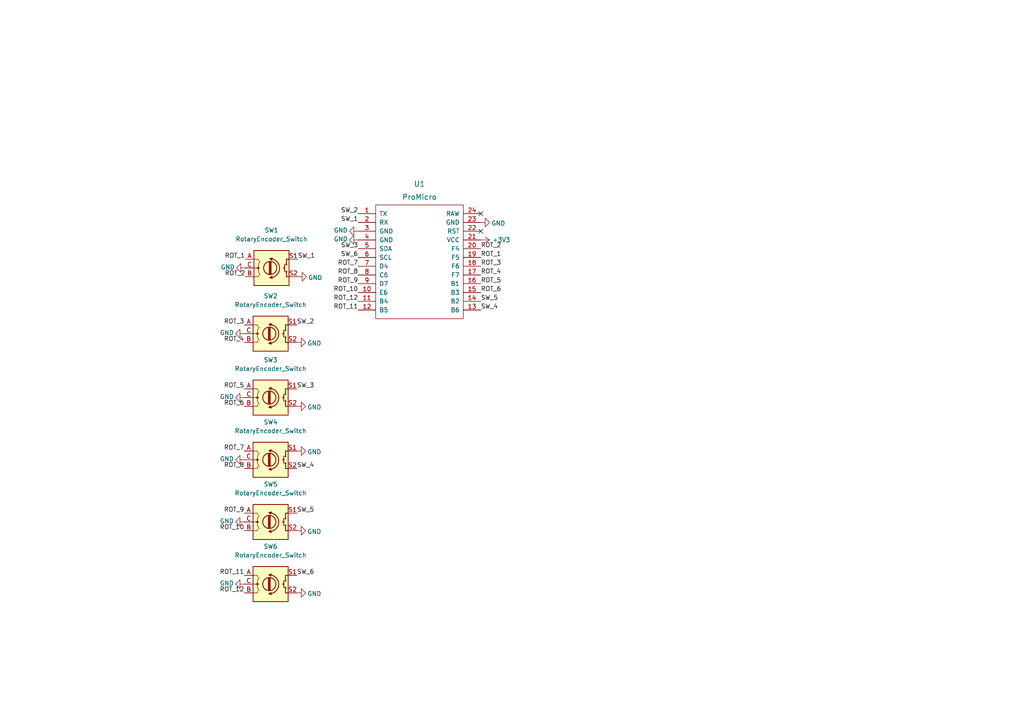
<source format=kicad_sch>
(kicad_sch (version 20211123) (generator eeschema)

  (uuid e63e39d7-6ac0-4ffd-8aa3-1841a4541b55)

  (paper "A4")

  (lib_symbols
    (symbol "Device:RotaryEncoder_Switch" (pin_names (offset 0.254) hide) (in_bom yes) (on_board yes)
      (property "Reference" "SW" (id 0) (at 0 6.604 0)
        (effects (font (size 1.27 1.27)))
      )
      (property "Value" "RotaryEncoder_Switch" (id 1) (at 0 -6.604 0)
        (effects (font (size 1.27 1.27)))
      )
      (property "Footprint" "" (id 2) (at -3.81 4.064 0)
        (effects (font (size 1.27 1.27)) hide)
      )
      (property "Datasheet" "~" (id 3) (at 0 6.604 0)
        (effects (font (size 1.27 1.27)) hide)
      )
      (property "ki_keywords" "rotary switch encoder switch push button" (id 4) (at 0 0 0)
        (effects (font (size 1.27 1.27)) hide)
      )
      (property "ki_description" "Rotary encoder, dual channel, incremental quadrate outputs, with switch" (id 5) (at 0 0 0)
        (effects (font (size 1.27 1.27)) hide)
      )
      (property "ki_fp_filters" "RotaryEncoder*Switch*" (id 6) (at 0 0 0)
        (effects (font (size 1.27 1.27)) hide)
      )
      (symbol "RotaryEncoder_Switch_0_1"
        (rectangle (start -5.08 5.08) (end 5.08 -5.08)
          (stroke (width 0.254) (type default) (color 0 0 0 0))
          (fill (type background))
        )
        (circle (center -3.81 0) (radius 0.254)
          (stroke (width 0) (type default) (color 0 0 0 0))
          (fill (type outline))
        )
        (arc (start -0.381 -2.794) (mid 2.3622 -0.0635) (end -0.381 2.667)
          (stroke (width 0.254) (type default) (color 0 0 0 0))
          (fill (type none))
        )
        (circle (center -0.381 0) (radius 1.905)
          (stroke (width 0.254) (type default) (color 0 0 0 0))
          (fill (type none))
        )
        (polyline
          (pts
            (xy -0.635 -1.778)
            (xy -0.635 1.778)
          )
          (stroke (width 0.254) (type default) (color 0 0 0 0))
          (fill (type none))
        )
        (polyline
          (pts
            (xy -0.381 -1.778)
            (xy -0.381 1.778)
          )
          (stroke (width 0.254) (type default) (color 0 0 0 0))
          (fill (type none))
        )
        (polyline
          (pts
            (xy -0.127 1.778)
            (xy -0.127 -1.778)
          )
          (stroke (width 0.254) (type default) (color 0 0 0 0))
          (fill (type none))
        )
        (polyline
          (pts
            (xy 3.81 0)
            (xy 3.429 0)
          )
          (stroke (width 0.254) (type default) (color 0 0 0 0))
          (fill (type none))
        )
        (polyline
          (pts
            (xy 3.81 1.016)
            (xy 3.81 -1.016)
          )
          (stroke (width 0.254) (type default) (color 0 0 0 0))
          (fill (type none))
        )
        (polyline
          (pts
            (xy -5.08 -2.54)
            (xy -3.81 -2.54)
            (xy -3.81 -2.032)
          )
          (stroke (width 0) (type default) (color 0 0 0 0))
          (fill (type none))
        )
        (polyline
          (pts
            (xy -5.08 2.54)
            (xy -3.81 2.54)
            (xy -3.81 2.032)
          )
          (stroke (width 0) (type default) (color 0 0 0 0))
          (fill (type none))
        )
        (polyline
          (pts
            (xy 0.254 -3.048)
            (xy -0.508 -2.794)
            (xy 0.127 -2.413)
          )
          (stroke (width 0.254) (type default) (color 0 0 0 0))
          (fill (type none))
        )
        (polyline
          (pts
            (xy 0.254 2.921)
            (xy -0.508 2.667)
            (xy 0.127 2.286)
          )
          (stroke (width 0.254) (type default) (color 0 0 0 0))
          (fill (type none))
        )
        (polyline
          (pts
            (xy 5.08 -2.54)
            (xy 4.318 -2.54)
            (xy 4.318 -1.016)
          )
          (stroke (width 0.254) (type default) (color 0 0 0 0))
          (fill (type none))
        )
        (polyline
          (pts
            (xy 5.08 2.54)
            (xy 4.318 2.54)
            (xy 4.318 1.016)
          )
          (stroke (width 0.254) (type default) (color 0 0 0 0))
          (fill (type none))
        )
        (polyline
          (pts
            (xy -5.08 0)
            (xy -3.81 0)
            (xy -3.81 -1.016)
            (xy -3.302 -2.032)
          )
          (stroke (width 0) (type default) (color 0 0 0 0))
          (fill (type none))
        )
        (polyline
          (pts
            (xy -4.318 0)
            (xy -3.81 0)
            (xy -3.81 1.016)
            (xy -3.302 2.032)
          )
          (stroke (width 0) (type default) (color 0 0 0 0))
          (fill (type none))
        )
        (circle (center 4.318 -1.016) (radius 0.127)
          (stroke (width 0.254) (type default) (color 0 0 0 0))
          (fill (type none))
        )
        (circle (center 4.318 1.016) (radius 0.127)
          (stroke (width 0.254) (type default) (color 0 0 0 0))
          (fill (type none))
        )
      )
      (symbol "RotaryEncoder_Switch_1_1"
        (pin passive line (at -7.62 2.54 0) (length 2.54)
          (name "A" (effects (font (size 1.27 1.27))))
          (number "A" (effects (font (size 1.27 1.27))))
        )
        (pin passive line (at -7.62 -2.54 0) (length 2.54)
          (name "B" (effects (font (size 1.27 1.27))))
          (number "B" (effects (font (size 1.27 1.27))))
        )
        (pin passive line (at -7.62 0 0) (length 2.54)
          (name "C" (effects (font (size 1.27 1.27))))
          (number "C" (effects (font (size 1.27 1.27))))
        )
        (pin passive line (at 7.62 2.54 180) (length 2.54)
          (name "S1" (effects (font (size 1.27 1.27))))
          (number "S1" (effects (font (size 1.27 1.27))))
        )
        (pin passive line (at 7.62 -2.54 180) (length 2.54)
          (name "S2" (effects (font (size 1.27 1.27))))
          (number "S2" (effects (font (size 1.27 1.27))))
        )
      )
    )
    (symbol "power:+3.3V" (power) (pin_names (offset 0)) (in_bom yes) (on_board yes)
      (property "Reference" "#PWR" (id 0) (at 0 -3.81 0)
        (effects (font (size 1.27 1.27)) hide)
      )
      (property "Value" "+3.3V" (id 1) (at 0 3.556 0)
        (effects (font (size 1.27 1.27)))
      )
      (property "Footprint" "" (id 2) (at 0 0 0)
        (effects (font (size 1.27 1.27)) hide)
      )
      (property "Datasheet" "" (id 3) (at 0 0 0)
        (effects (font (size 1.27 1.27)) hide)
      )
      (property "ki_keywords" "power-flag" (id 4) (at 0 0 0)
        (effects (font (size 1.27 1.27)) hide)
      )
      (property "ki_description" "Power symbol creates a global label with name \"+3.3V\"" (id 5) (at 0 0 0)
        (effects (font (size 1.27 1.27)) hide)
      )
      (symbol "+3.3V_0_1"
        (polyline
          (pts
            (xy -0.762 1.27)
            (xy 0 2.54)
          )
          (stroke (width 0) (type default) (color 0 0 0 0))
          (fill (type none))
        )
        (polyline
          (pts
            (xy 0 0)
            (xy 0 2.54)
          )
          (stroke (width 0) (type default) (color 0 0 0 0))
          (fill (type none))
        )
        (polyline
          (pts
            (xy 0 2.54)
            (xy 0.762 1.27)
          )
          (stroke (width 0) (type default) (color 0 0 0 0))
          (fill (type none))
        )
      )
      (symbol "+3.3V_1_1"
        (pin power_in line (at 0 0 90) (length 0) hide
          (name "+3V3" (effects (font (size 1.27 1.27))))
          (number "1" (effects (font (size 1.27 1.27))))
        )
      )
    )
    (symbol "power:GND" (power) (pin_names (offset 0)) (in_bom yes) (on_board yes)
      (property "Reference" "#PWR" (id 0) (at 0 -6.35 0)
        (effects (font (size 1.27 1.27)) hide)
      )
      (property "Value" "GND" (id 1) (at 0 -3.81 0)
        (effects (font (size 1.27 1.27)))
      )
      (property "Footprint" "" (id 2) (at 0 0 0)
        (effects (font (size 1.27 1.27)) hide)
      )
      (property "Datasheet" "" (id 3) (at 0 0 0)
        (effects (font (size 1.27 1.27)) hide)
      )
      (property "ki_keywords" "power-flag" (id 4) (at 0 0 0)
        (effects (font (size 1.27 1.27)) hide)
      )
      (property "ki_description" "Power symbol creates a global label with name \"GND\" , ground" (id 5) (at 0 0 0)
        (effects (font (size 1.27 1.27)) hide)
      )
      (symbol "GND_0_1"
        (polyline
          (pts
            (xy 0 0)
            (xy 0 -1.27)
            (xy 1.27 -1.27)
            (xy 0 -2.54)
            (xy -1.27 -1.27)
            (xy 0 -1.27)
          )
          (stroke (width 0) (type default) (color 0 0 0 0))
          (fill (type none))
        )
      )
      (symbol "GND_1_1"
        (pin power_in line (at 0 0 270) (length 0) hide
          (name "GND" (effects (font (size 1.27 1.27))))
          (number "1" (effects (font (size 1.27 1.27))))
        )
      )
    )
    (symbol "promicro:ProMicro" (pin_names (offset 1.016)) (in_bom yes) (on_board yes)
      (property "Reference" "U" (id 0) (at 0 24.13 0)
        (effects (font (size 1.524 1.524)))
      )
      (property "Value" "ProMicro" (id 1) (at 0 -13.97 0)
        (effects (font (size 1.524 1.524)))
      )
      (property "Footprint" "" (id 2) (at 2.54 -26.67 0)
        (effects (font (size 1.524 1.524)))
      )
      (property "Datasheet" "" (id 3) (at 2.54 -26.67 0)
        (effects (font (size 1.524 1.524)))
      )
      (symbol "ProMicro_0_1"
        (rectangle (start -12.7 21.59) (end 12.7 -11.43)
          (stroke (width 0) (type default) (color 0 0 0 0))
          (fill (type none))
        )
      )
      (symbol "ProMicro_1_1"
        (pin bidirectional line (at -17.78 19.05 0) (length 5.08)
          (name "TX" (effects (font (size 1.27 1.27))))
          (number "1" (effects (font (size 1.27 1.27))))
        )
        (pin bidirectional line (at -17.78 -3.81 0) (length 5.08)
          (name "E6" (effects (font (size 1.27 1.27))))
          (number "10" (effects (font (size 1.27 1.27))))
        )
        (pin bidirectional line (at -17.78 -6.35 0) (length 5.08)
          (name "B4" (effects (font (size 1.27 1.27))))
          (number "11" (effects (font (size 1.27 1.27))))
        )
        (pin bidirectional line (at -17.78 -8.89 0) (length 5.08)
          (name "B5" (effects (font (size 1.27 1.27))))
          (number "12" (effects (font (size 1.27 1.27))))
        )
        (pin bidirectional line (at 17.78 -8.89 180) (length 5.08)
          (name "B6" (effects (font (size 1.27 1.27))))
          (number "13" (effects (font (size 1.27 1.27))))
        )
        (pin bidirectional line (at 17.78 -6.35 180) (length 5.08)
          (name "B2" (effects (font (size 1.27 1.27))))
          (number "14" (effects (font (size 1.27 1.27))))
        )
        (pin bidirectional line (at 17.78 -3.81 180) (length 5.08)
          (name "B3" (effects (font (size 1.27 1.27))))
          (number "15" (effects (font (size 1.27 1.27))))
        )
        (pin bidirectional line (at 17.78 -1.27 180) (length 5.08)
          (name "B1" (effects (font (size 1.27 1.27))))
          (number "16" (effects (font (size 1.27 1.27))))
        )
        (pin bidirectional line (at 17.78 1.27 180) (length 5.08)
          (name "F7" (effects (font (size 1.27 1.27))))
          (number "17" (effects (font (size 1.27 1.27))))
        )
        (pin bidirectional line (at 17.78 3.81 180) (length 5.08)
          (name "F6" (effects (font (size 1.27 1.27))))
          (number "18" (effects (font (size 1.27 1.27))))
        )
        (pin bidirectional line (at 17.78 6.35 180) (length 5.08)
          (name "F5" (effects (font (size 1.27 1.27))))
          (number "19" (effects (font (size 1.27 1.27))))
        )
        (pin bidirectional line (at -17.78 16.51 0) (length 5.08)
          (name "RX" (effects (font (size 1.27 1.27))))
          (number "2" (effects (font (size 1.27 1.27))))
        )
        (pin bidirectional line (at 17.78 8.89 180) (length 5.08)
          (name "F4" (effects (font (size 1.27 1.27))))
          (number "20" (effects (font (size 1.27 1.27))))
        )
        (pin power_in line (at 17.78 11.43 180) (length 5.08)
          (name "VCC" (effects (font (size 1.27 1.27))))
          (number "21" (effects (font (size 1.27 1.27))))
        )
        (pin input line (at 17.78 13.97 180) (length 5.08)
          (name "RST" (effects (font (size 1.27 1.27))))
          (number "22" (effects (font (size 1.27 1.27))))
        )
        (pin power_in line (at 17.78 16.51 180) (length 5.08)
          (name "GND" (effects (font (size 1.27 1.27))))
          (number "23" (effects (font (size 1.27 1.27))))
        )
        (pin power_out line (at 17.78 19.05 180) (length 5.08)
          (name "RAW" (effects (font (size 1.27 1.27))))
          (number "24" (effects (font (size 1.27 1.27))))
        )
        (pin power_in line (at -17.78 13.97 0) (length 5.08)
          (name "GND" (effects (font (size 1.27 1.27))))
          (number "3" (effects (font (size 1.27 1.27))))
        )
        (pin power_in line (at -17.78 11.43 0) (length 5.08)
          (name "GND" (effects (font (size 1.27 1.27))))
          (number "4" (effects (font (size 1.27 1.27))))
        )
        (pin bidirectional line (at -17.78 8.89 0) (length 5.08)
          (name "SDA" (effects (font (size 1.27 1.27))))
          (number "5" (effects (font (size 1.27 1.27))))
        )
        (pin bidirectional line (at -17.78 6.35 0) (length 5.08)
          (name "SCL" (effects (font (size 1.27 1.27))))
          (number "6" (effects (font (size 1.27 1.27))))
        )
        (pin bidirectional line (at -17.78 3.81 0) (length 5.08)
          (name "D4" (effects (font (size 1.27 1.27))))
          (number "7" (effects (font (size 1.27 1.27))))
        )
        (pin bidirectional line (at -17.78 1.27 0) (length 5.08)
          (name "C6" (effects (font (size 1.27 1.27))))
          (number "8" (effects (font (size 1.27 1.27))))
        )
        (pin bidirectional line (at -17.78 -1.27 0) (length 5.08)
          (name "D7" (effects (font (size 1.27 1.27))))
          (number "9" (effects (font (size 1.27 1.27))))
        )
      )
    )
  )


  (no_connect (at 139.446 67.056) (uuid 6f07c13c-7029-4d01-b9d2-7a7d0366e52a))
  (no_connect (at 139.446 61.976) (uuid 6f07c13c-7029-4d01-b9d2-7a7d0366e52b))

  (label "ROT_1" (at 139.446 74.676 0)
    (effects (font (size 1.27 1.27)) (justify left bottom))
    (uuid 01dcc5fc-e3e5-48bd-a04a-b20b9fe8c8a1)
  )
  (label "SW_3" (at 86.106 112.776 0)
    (effects (font (size 1.27 1.27)) (justify left bottom))
    (uuid 05833f95-a332-4068-a3f7-43f60934ea3b)
  )
  (label "ROT_5" (at 70.866 112.776 180)
    (effects (font (size 1.27 1.27)) (justify right bottom))
    (uuid 0670a216-0620-403a-8295-d959c05c503c)
  )
  (label "ROT_8" (at 103.886 79.756 180)
    (effects (font (size 1.27 1.27)) (justify right bottom))
    (uuid 07d463b4-b83b-4858-b2ac-a96efb40cadc)
  )
  (label "ROT_8" (at 70.866 135.89 180)
    (effects (font (size 1.27 1.27)) (justify right bottom))
    (uuid 092407dd-83d9-4697-9797-3339bb5a2617)
  )
  (label "SW_6" (at 103.886 74.676 180)
    (effects (font (size 1.27 1.27)) (justify right bottom))
    (uuid 128cec06-f34d-4c31-8b3a-d1a56edd0a4a)
  )
  (label "ROT_6" (at 70.866 117.856 180)
    (effects (font (size 1.27 1.27)) (justify right bottom))
    (uuid 1290a8bd-d046-4b04-b99d-4b647d5be7d6)
  )
  (label "ROT_3" (at 139.446 77.216 0)
    (effects (font (size 1.27 1.27)) (justify left bottom))
    (uuid 17251bf7-0840-49fe-a246-bb8640a22926)
  )
  (label "ROT_2" (at 139.446 72.136 0)
    (effects (font (size 1.27 1.27)) (justify left bottom))
    (uuid 1b8da04f-95e3-4321-9bee-54762fddfa42)
  )
  (label "SW_2" (at 86.106 94.234 0)
    (effects (font (size 1.27 1.27)) (justify left bottom))
    (uuid 236af729-fb24-445a-9794-b39d39941dca)
  )
  (label "SW_4" (at 139.446 89.916 0)
    (effects (font (size 1.27 1.27)) (justify left bottom))
    (uuid 39067c8d-15ab-4320-9ef2-d8cdf4fbe39a)
  )
  (label "ROT_10" (at 103.886 84.836 180)
    (effects (font (size 1.27 1.27)) (justify right bottom))
    (uuid 461f1398-1944-4b9a-9532-6919b16ad718)
  )
  (label "ROT_9" (at 103.886 82.296 180)
    (effects (font (size 1.27 1.27)) (justify right bottom))
    (uuid 4b5139f5-939f-4292-bd09-b23a62529c7b)
  )
  (label "ROT_4" (at 70.866 99.314 180)
    (effects (font (size 1.27 1.27)) (justify right bottom))
    (uuid 5e85ea87-cf03-4808-9f1b-f6e4db7ffc40)
  )
  (label "ROT_12" (at 70.866 171.958 180)
    (effects (font (size 1.27 1.27)) (justify right bottom))
    (uuid 61e065fe-7f18-4dd6-80ba-1b70203fa25d)
  )
  (label "SW_1" (at 103.886 64.516 180)
    (effects (font (size 1.27 1.27)) (justify right bottom))
    (uuid 6474cb7a-e28d-4d38-9813-d71482ae8691)
  )
  (label "ROT_5" (at 139.446 82.296 0)
    (effects (font (size 1.27 1.27)) (justify left bottom))
    (uuid 65cd0f0b-0424-4507-b5ac-6a4e29ecfe46)
  )
  (label "ROT_2" (at 71.12 80.264 180)
    (effects (font (size 1.27 1.27)) (justify right bottom))
    (uuid 7e167a7b-8218-456c-8f6e-51485a0e1c7b)
  )
  (label "ROT_7" (at 70.866 130.81 180)
    (effects (font (size 1.27 1.27)) (justify right bottom))
    (uuid 7e35b5fa-668e-4288-b354-d9a04f63b108)
  )
  (label "ROT_11" (at 103.886 89.916 180)
    (effects (font (size 1.27 1.27)) (justify right bottom))
    (uuid 8b1bf092-8fd7-4aa2-9b86-dfc15b6a6fda)
  )
  (label "ROT_1" (at 71.12 75.184 180)
    (effects (font (size 1.27 1.27)) (justify right bottom))
    (uuid 8f89f216-74b8-4197-a5a6-d081759597a2)
  )
  (label "SW_3" (at 103.886 72.136 180)
    (effects (font (size 1.27 1.27)) (justify right bottom))
    (uuid 93067776-69bc-4dea-8c75-b5cdc6b84c96)
  )
  (label "SW_1" (at 86.36 75.184 0)
    (effects (font (size 1.27 1.27)) (justify left bottom))
    (uuid 997ee89e-f8dc-4631-9c13-95d63f52cb25)
  )
  (label "ROT_12" (at 103.886 87.376 180)
    (effects (font (size 1.27 1.27)) (justify right bottom))
    (uuid a5fc9911-8973-47b1-8fdd-d5bb12728b86)
  )
  (label "ROT_9" (at 70.866 148.844 180)
    (effects (font (size 1.27 1.27)) (justify right bottom))
    (uuid a620ffbb-954f-41df-8cef-2ed4deb6e46a)
  )
  (label "ROT_6" (at 139.446 84.836 0)
    (effects (font (size 1.27 1.27)) (justify left bottom))
    (uuid a66539cc-ce9e-4627-ace4-3b858054646a)
  )
  (label "ROT_3" (at 70.866 94.234 180)
    (effects (font (size 1.27 1.27)) (justify right bottom))
    (uuid acdda49b-10a5-4586-aed7-38d5c1c8058d)
  )
  (label "SW_4" (at 86.106 135.89 0)
    (effects (font (size 1.27 1.27)) (justify left bottom))
    (uuid b8bf24f7-2764-4268-8061-37deade464fa)
  )
  (label "SW_5" (at 139.446 87.376 0)
    (effects (font (size 1.27 1.27)) (justify left bottom))
    (uuid bbb42143-ba6c-4b36-901a-809b16be8711)
  )
  (label "ROT_10" (at 70.866 153.924 180)
    (effects (font (size 1.27 1.27)) (justify right bottom))
    (uuid c500b854-3fda-4ec4-932a-efe86908fddc)
  )
  (label "SW_2" (at 103.886 61.976 180)
    (effects (font (size 1.27 1.27)) (justify right bottom))
    (uuid cd07de8d-38ae-45f2-bfa9-60acd488e4c5)
  )
  (label "SW_5" (at 86.106 148.844 0)
    (effects (font (size 1.27 1.27)) (justify left bottom))
    (uuid d7080aea-a985-4cd4-90b1-cd18e1724df4)
  )
  (label "ROT_4" (at 139.446 79.756 0)
    (effects (font (size 1.27 1.27)) (justify left bottom))
    (uuid dfd1cb87-e2df-45bc-8603-91e74764faf0)
  )
  (label "SW_6" (at 86.106 166.878 0)
    (effects (font (size 1.27 1.27)) (justify left bottom))
    (uuid e0723ce8-0ee3-4ef8-8070-26417d03176c)
  )
  (label "ROT_7" (at 103.886 77.216 180)
    (effects (font (size 1.27 1.27)) (justify right bottom))
    (uuid e07d33e2-695e-486a-8274-d857ad6e7f9a)
  )
  (label "ROT_11" (at 70.866 166.878 180)
    (effects (font (size 1.27 1.27)) (justify right bottom))
    (uuid eb557ba2-22c1-43c7-ba2a-b50866c5b2c9)
  )

  (symbol (lib_id "power:GND") (at 86.106 153.924 90) (unit 1)
    (in_bom yes) (on_board yes)
    (uuid 0bff3beb-fb1b-41bb-9745-f5ce5c3e0e0f)
    (property "Reference" "#PWR0106" (id 0) (at 92.456 153.924 0)
      (effects (font (size 1.27 1.27)) hide)
    )
    (property "Value" "GND" (id 1) (at 93.218 154.178 90)
      (effects (font (size 1.27 1.27)) (justify left))
    )
    (property "Footprint" "" (id 2) (at 86.106 153.924 0)
      (effects (font (size 1.27 1.27)) hide)
    )
    (property "Datasheet" "" (id 3) (at 86.106 153.924 0)
      (effects (font (size 1.27 1.27)) hide)
    )
    (pin "1" (uuid 9247e970-aeec-403c-b2fb-5f551d7f1986))
  )

  (symbol (lib_id "power:GND") (at 70.866 151.384 270) (unit 1)
    (in_bom yes) (on_board yes)
    (uuid 3018567d-4753-4b2f-9f86-8cdd84859300)
    (property "Reference" "#PWR021" (id 0) (at 64.516 151.384 0)
      (effects (font (size 1.27 1.27)) hide)
    )
    (property "Value" "GND" (id 1) (at 63.754 151.13 90)
      (effects (font (size 1.27 1.27)) (justify left))
    )
    (property "Footprint" "" (id 2) (at 70.866 151.384 0)
      (effects (font (size 1.27 1.27)) hide)
    )
    (property "Datasheet" "" (id 3) (at 70.866 151.384 0)
      (effects (font (size 1.27 1.27)) hide)
    )
    (pin "1" (uuid a179856e-0137-4a09-9de2-aa82e4ecaf3c))
  )

  (symbol (lib_id "Device:RotaryEncoder_Switch") (at 78.486 133.35 0) (unit 1)
    (in_bom yes) (on_board yes) (fields_autoplaced)
    (uuid 3861f1a4-67bf-4125-8193-ae0420184aab)
    (property "Reference" "SW4" (id 0) (at 78.486 122.428 0))
    (property "Value" "RotaryEncoder_Switch" (id 1) (at 78.486 124.968 0))
    (property "Footprint" "promicro:RotaryEncoder_Alps_EC11E-Switch_Vertical_H20mm" (id 2) (at 74.676 129.286 0)
      (effects (font (size 1.27 1.27)) hide)
    )
    (property "Datasheet" "~" (id 3) (at 78.486 126.746 0)
      (effects (font (size 1.27 1.27)) hide)
    )
    (pin "A" (uuid 55995bdf-abb1-4996-aee2-07b1b58e37b3))
    (pin "B" (uuid 8d055507-df74-4436-abef-09b6a297c705))
    (pin "C" (uuid e690a898-7ed7-4dc3-a14e-06cb853589a9))
    (pin "S1" (uuid aad4a089-a5ae-4da2-b727-0f93e64221c9))
    (pin "S2" (uuid 1fc216d0-8837-43d3-8d91-8c78fcb81876))
  )

  (symbol (lib_id "Device:RotaryEncoder_Switch") (at 78.486 169.418 0) (unit 1)
    (in_bom yes) (on_board yes) (fields_autoplaced)
    (uuid 3b083373-fcd6-417e-9e09-8ff414cca27b)
    (property "Reference" "SW6" (id 0) (at 78.486 158.496 0))
    (property "Value" "RotaryEncoder_Switch" (id 1) (at 78.486 161.036 0))
    (property "Footprint" "promicro:RotaryEncoder_Alps_EC11E-Switch_Vertical_H20mm" (id 2) (at 74.676 165.354 0)
      (effects (font (size 1.27 1.27)) hide)
    )
    (property "Datasheet" "~" (id 3) (at 78.486 162.814 0)
      (effects (font (size 1.27 1.27)) hide)
    )
    (pin "A" (uuid bf00ec91-d8e9-417a-ad8c-5e43065e7544))
    (pin "B" (uuid 48fc0cbf-7832-4e63-8021-de18e42a3e83))
    (pin "C" (uuid eb792878-e583-4e65-8a87-f90de58e64d6))
    (pin "S1" (uuid 58f247d4-e629-4a49-bf2d-16f5ca33509a))
    (pin "S2" (uuid 3a236aad-fdb8-4851-9e2b-3d13cbd799d3))
  )

  (symbol (lib_id "power:GND") (at 103.886 67.056 270) (unit 1)
    (in_bom yes) (on_board yes)
    (uuid 3d8cf6c1-1be4-4e3a-815f-a4ee7bda997a)
    (property "Reference" "#PWR08" (id 0) (at 97.536 67.056 0)
      (effects (font (size 1.27 1.27)) hide)
    )
    (property "Value" "GND" (id 1) (at 96.774 66.802 90)
      (effects (font (size 1.27 1.27)) (justify left))
    )
    (property "Footprint" "" (id 2) (at 103.886 67.056 0)
      (effects (font (size 1.27 1.27)) hide)
    )
    (property "Datasheet" "" (id 3) (at 103.886 67.056 0)
      (effects (font (size 1.27 1.27)) hide)
    )
    (pin "1" (uuid 281542c3-07dd-4de3-adc6-68002f55200d))
  )

  (symbol (lib_id "Device:RotaryEncoder_Switch") (at 78.74 77.724 0) (unit 1)
    (in_bom yes) (on_board yes) (fields_autoplaced)
    (uuid 406f64fc-b03a-40b8-8e40-d8dfd322d95e)
    (property "Reference" "SW1" (id 0) (at 78.74 66.802 0))
    (property "Value" "RotaryEncoder_Switch" (id 1) (at 78.74 69.342 0))
    (property "Footprint" "promicro:RotaryEncoder_Alps_EC11E-Switch_Vertical_H20mm" (id 2) (at 74.93 73.66 0)
      (effects (font (size 1.27 1.27)) hide)
    )
    (property "Datasheet" "~" (id 3) (at 78.74 71.12 0)
      (effects (font (size 1.27 1.27)) hide)
    )
    (pin "A" (uuid 741f3e47-eb6c-4124-8f77-bf4785102021))
    (pin "B" (uuid 9cc5edda-22b9-49c8-a4bd-a384fee111a5))
    (pin "C" (uuid 89544c3d-89ad-493d-8eed-3871ef5cce85))
    (pin "S1" (uuid 3d3a280f-4020-4777-b188-ec61adbfb5ce))
    (pin "S2" (uuid 1378aee0-1f84-457d-880e-bafbc42b3bfb))
  )

  (symbol (lib_id "power:GND") (at 70.866 133.35 270) (unit 1)
    (in_bom yes) (on_board yes)
    (uuid 4fdc0ed2-45f0-4e83-a97d-12179349a6f3)
    (property "Reference" "#PWR020" (id 0) (at 64.516 133.35 0)
      (effects (font (size 1.27 1.27)) hide)
    )
    (property "Value" "GND" (id 1) (at 63.754 133.096 90)
      (effects (font (size 1.27 1.27)) (justify left))
    )
    (property "Footprint" "" (id 2) (at 70.866 133.35 0)
      (effects (font (size 1.27 1.27)) hide)
    )
    (property "Datasheet" "" (id 3) (at 70.866 133.35 0)
      (effects (font (size 1.27 1.27)) hide)
    )
    (pin "1" (uuid be389f24-6386-4dac-b05f-a9f46863b931))
  )

  (symbol (lib_id "power:GND") (at 70.866 96.774 270) (unit 1)
    (in_bom yes) (on_board yes)
    (uuid 63500211-b9e6-4b06-91cd-cda3672aa57d)
    (property "Reference" "#PWR018" (id 0) (at 64.516 96.774 0)
      (effects (font (size 1.27 1.27)) hide)
    )
    (property "Value" "GND" (id 1) (at 63.754 96.52 90)
      (effects (font (size 1.27 1.27)) (justify left))
    )
    (property "Footprint" "" (id 2) (at 70.866 96.774 0)
      (effects (font (size 1.27 1.27)) hide)
    )
    (property "Datasheet" "" (id 3) (at 70.866 96.774 0)
      (effects (font (size 1.27 1.27)) hide)
    )
    (pin "1" (uuid fd7ed1e0-5519-4956-aa9b-08b7bc476035))
  )

  (symbol (lib_id "Device:RotaryEncoder_Switch") (at 78.486 96.774 0) (unit 1)
    (in_bom yes) (on_board yes) (fields_autoplaced)
    (uuid 6ad1840b-7bda-4183-9336-2f523e11d9aa)
    (property "Reference" "SW2" (id 0) (at 78.486 85.852 0))
    (property "Value" "RotaryEncoder_Switch" (id 1) (at 78.486 88.392 0))
    (property "Footprint" "promicro:RotaryEncoder_Alps_EC11E-Switch_Vertical_H20mm" (id 2) (at 74.676 92.71 0)
      (effects (font (size 1.27 1.27)) hide)
    )
    (property "Datasheet" "~" (id 3) (at 78.486 90.17 0)
      (effects (font (size 1.27 1.27)) hide)
    )
    (pin "A" (uuid 0b0f1f1d-0b6e-412b-a874-36a3f6ac0462))
    (pin "B" (uuid 00c4f3d7-a47a-4efc-82a7-5e115635772b))
    (pin "C" (uuid 1c50dd65-85f9-4fd9-a6a8-53215e4be15a))
    (pin "S1" (uuid 2adf7421-7d5e-45c8-ac3c-fd5062535d7d))
    (pin "S2" (uuid e49b651a-c940-4216-a4dc-fa6d6edaf229))
  )

  (symbol (lib_id "power:GND") (at 86.36 80.264 90) (unit 1)
    (in_bom yes) (on_board yes)
    (uuid 6c250527-6a18-497b-b03d-ce5b11906343)
    (property "Reference" "#PWR0101" (id 0) (at 92.71 80.264 0)
      (effects (font (size 1.27 1.27)) hide)
    )
    (property "Value" "GND" (id 1) (at 93.472 80.518 90)
      (effects (font (size 1.27 1.27)) (justify left))
    )
    (property "Footprint" "" (id 2) (at 86.36 80.264 0)
      (effects (font (size 1.27 1.27)) hide)
    )
    (property "Datasheet" "" (id 3) (at 86.36 80.264 0)
      (effects (font (size 1.27 1.27)) hide)
    )
    (pin "1" (uuid 800690bc-3192-4097-a0d7-7ad3072cfecf))
  )

  (symbol (lib_id "Device:RotaryEncoder_Switch") (at 78.486 151.384 0) (unit 1)
    (in_bom yes) (on_board yes) (fields_autoplaced)
    (uuid 84f2ee6d-bd55-4500-a60f-cabc862217f6)
    (property "Reference" "SW5" (id 0) (at 78.486 140.462 0))
    (property "Value" "RotaryEncoder_Switch" (id 1) (at 78.486 143.002 0))
    (property "Footprint" "promicro:RotaryEncoder_Alps_EC11E-Switch_Vertical_H20mm" (id 2) (at 74.676 147.32 0)
      (effects (font (size 1.27 1.27)) hide)
    )
    (property "Datasheet" "~" (id 3) (at 78.486 144.78 0)
      (effects (font (size 1.27 1.27)) hide)
    )
    (pin "A" (uuid d659e7cb-b5fe-41fb-af7f-6520daaf46da))
    (pin "B" (uuid 82de4193-945e-4a69-bf01-64195c058c46))
    (pin "C" (uuid 9764fdfa-fc1d-48f3-ad90-d7ddccb99116))
    (pin "S1" (uuid 5ccfff33-6894-409a-ae96-bd9eae0a7bac))
    (pin "S2" (uuid 74116a49-b040-466f-a704-6c2d08fa2432))
  )

  (symbol (lib_id "Device:RotaryEncoder_Switch") (at 78.486 115.316 0) (unit 1)
    (in_bom yes) (on_board yes) (fields_autoplaced)
    (uuid 8e2f8721-7ba2-467a-8431-b96bb9a5ecfd)
    (property "Reference" "SW3" (id 0) (at 78.486 104.394 0))
    (property "Value" "RotaryEncoder_Switch" (id 1) (at 78.486 106.934 0))
    (property "Footprint" "promicro:RotaryEncoder_Alps_EC11E-Switch_Vertical_H20mm" (id 2) (at 74.676 111.252 0)
      (effects (font (size 1.27 1.27)) hide)
    )
    (property "Datasheet" "~" (id 3) (at 78.486 108.712 0)
      (effects (font (size 1.27 1.27)) hide)
    )
    (pin "A" (uuid 7a2351a4-0461-4aa5-ada9-c7b04260909b))
    (pin "B" (uuid 2a4bc3b7-f38a-41df-b41c-dc848110d945))
    (pin "C" (uuid 87092e6e-58d7-4b7f-ae6f-4066aa453820))
    (pin "S1" (uuid bac08bf6-0d87-4e1f-a06e-0df31e9c8247))
    (pin "S2" (uuid 516a5c0d-b9ba-47b8-8770-8c93ba7495f2))
  )

  (symbol (lib_id "power:GND") (at 86.106 117.856 90) (unit 1)
    (in_bom yes) (on_board yes)
    (uuid 961e37cd-505c-40aa-baef-0a680d665d8f)
    (property "Reference" "#PWR0102" (id 0) (at 92.456 117.856 0)
      (effects (font (size 1.27 1.27)) hide)
    )
    (property "Value" "GND" (id 1) (at 93.218 118.11 90)
      (effects (font (size 1.27 1.27)) (justify left))
    )
    (property "Footprint" "" (id 2) (at 86.106 117.856 0)
      (effects (font (size 1.27 1.27)) hide)
    )
    (property "Datasheet" "" (id 3) (at 86.106 117.856 0)
      (effects (font (size 1.27 1.27)) hide)
    )
    (pin "1" (uuid 2fa17bd4-23af-495d-84c8-95f8b6beb5a8))
  )

  (symbol (lib_id "promicro:ProMicro") (at 121.666 81.026 0) (unit 1)
    (in_bom yes) (on_board yes) (fields_autoplaced)
    (uuid 99f7d6a8-6f74-471e-845b-865aea5bdbfd)
    (property "Reference" "U1" (id 0) (at 121.666 53.34 0)
      (effects (font (size 1.524 1.524)))
    )
    (property "Value" "ProMicro" (id 1) (at 121.666 57.15 0)
      (effects (font (size 1.524 1.524)))
    )
    (property "Footprint" "promicro:ProMicro" (id 2) (at 124.206 107.696 0)
      (effects (font (size 1.524 1.524)) hide)
    )
    (property "Datasheet" "" (id 3) (at 124.206 107.696 0)
      (effects (font (size 1.524 1.524)))
    )
    (pin "1" (uuid 2684083b-6136-4d97-b28b-8df7b41787e9))
    (pin "10" (uuid 56e2ac0b-a847-4e94-9ef3-6c3528c43c83))
    (pin "11" (uuid af8f5629-c6b6-4652-b898-0c5f53818043))
    (pin "12" (uuid 5566280b-4cb3-48a2-b378-a8055cf8a93e))
    (pin "13" (uuid 7f43a651-e90e-42a2-9689-58e229047186))
    (pin "14" (uuid 1a88fbee-5653-4694-951f-752ebdf18745))
    (pin "15" (uuid f62ab1bd-d158-47b0-ac1c-04f41fb6cf08))
    (pin "16" (uuid be006855-c284-4c94-84f2-15f5bbd67489))
    (pin "17" (uuid 83f14172-6fef-46b1-8173-6a3cbe6c2000))
    (pin "18" (uuid 0ec1dfb5-b1fc-4b1e-a2fb-75be76588292))
    (pin "19" (uuid 89b1f70f-6b61-41be-b6a7-6ebb505564df))
    (pin "2" (uuid 43de2689-9e5b-4587-a1b5-8adca44e10d1))
    (pin "20" (uuid 7ad7f4e3-d972-4370-bd86-c444a69a8647))
    (pin "21" (uuid 007cde9e-3bee-44f4-9fe3-166d621005d4))
    (pin "22" (uuid 73709959-ea01-4891-aeaa-19da346bf000))
    (pin "23" (uuid d0f78870-46bc-4039-8734-8dcbce6c40e4))
    (pin "24" (uuid 29cb7b45-e4c4-4643-a2d4-1369d75415dd))
    (pin "3" (uuid 446d1dec-83df-41b2-b3f9-f130331d51ca))
    (pin "4" (uuid a35cd588-5d6a-45eb-b6c4-21c72af80d79))
    (pin "5" (uuid 884c2c93-8d2c-4209-a70e-f8221dd7241c))
    (pin "6" (uuid 4d23753b-bbab-43a3-9e06-7aa74e3362c2))
    (pin "7" (uuid 8ebf2dfd-a12d-4657-b8d0-736983e012f9))
    (pin "8" (uuid 08d987e7-4138-48ea-b923-6004041e818c))
    (pin "9" (uuid 2b6ab3af-5862-46e4-b3e5-c3b69ae61b21))
  )

  (symbol (lib_id "power:GND") (at 86.106 130.81 90) (unit 1)
    (in_bom yes) (on_board yes)
    (uuid ba280263-cf94-461f-bddf-1b7b5326545e)
    (property "Reference" "#PWR0103" (id 0) (at 92.456 130.81 0)
      (effects (font (size 1.27 1.27)) hide)
    )
    (property "Value" "GND" (id 1) (at 93.218 131.064 90)
      (effects (font (size 1.27 1.27)) (justify left))
    )
    (property "Footprint" "" (id 2) (at 86.106 130.81 0)
      (effects (font (size 1.27 1.27)) hide)
    )
    (property "Datasheet" "" (id 3) (at 86.106 130.81 0)
      (effects (font (size 1.27 1.27)) hide)
    )
    (pin "1" (uuid 758e3af4-c09c-420f-ab5f-722a060a625c))
  )

  (symbol (lib_id "power:GND") (at 86.106 171.958 90) (unit 1)
    (in_bom yes) (on_board yes)
    (uuid bfe4e68f-4cef-4b31-adff-8df094bc3870)
    (property "Reference" "#PWR0104" (id 0) (at 92.456 171.958 0)
      (effects (font (size 1.27 1.27)) hide)
    )
    (property "Value" "GND" (id 1) (at 93.218 172.212 90)
      (effects (font (size 1.27 1.27)) (justify left))
    )
    (property "Footprint" "" (id 2) (at 86.106 171.958 0)
      (effects (font (size 1.27 1.27)) hide)
    )
    (property "Datasheet" "" (id 3) (at 86.106 171.958 0)
      (effects (font (size 1.27 1.27)) hide)
    )
    (pin "1" (uuid b9bbc5a1-bd2a-4110-b886-5f45d3a70da9))
  )

  (symbol (lib_id "power:GND") (at 70.866 169.418 270) (unit 1)
    (in_bom yes) (on_board yes)
    (uuid d0d63014-319e-4746-9900-aba2d0e79b94)
    (property "Reference" "#PWR022" (id 0) (at 64.516 169.418 0)
      (effects (font (size 1.27 1.27)) hide)
    )
    (property "Value" "GND" (id 1) (at 63.754 169.164 90)
      (effects (font (size 1.27 1.27)) (justify left))
    )
    (property "Footprint" "" (id 2) (at 70.866 169.418 0)
      (effects (font (size 1.27 1.27)) hide)
    )
    (property "Datasheet" "" (id 3) (at 70.866 169.418 0)
      (effects (font (size 1.27 1.27)) hide)
    )
    (pin "1" (uuid 0e13b69c-b6d7-44c4-8c69-4d1ded56daea))
  )

  (symbol (lib_id "power:GND") (at 103.886 69.596 270) (unit 1)
    (in_bom yes) (on_board yes)
    (uuid e320ff10-2153-4c98-bf25-8200b4b0d0b2)
    (property "Reference" "#PWR09" (id 0) (at 97.536 69.596 0)
      (effects (font (size 1.27 1.27)) hide)
    )
    (property "Value" "GND" (id 1) (at 96.774 69.342 90)
      (effects (font (size 1.27 1.27)) (justify left))
    )
    (property "Footprint" "" (id 2) (at 103.886 69.596 0)
      (effects (font (size 1.27 1.27)) hide)
    )
    (property "Datasheet" "" (id 3) (at 103.886 69.596 0)
      (effects (font (size 1.27 1.27)) hide)
    )
    (pin "1" (uuid 65151dbe-1956-453c-8268-1c1ab3cdeec5))
  )

  (symbol (lib_id "power:GND") (at 86.106 99.314 90) (unit 1)
    (in_bom yes) (on_board yes)
    (uuid e535ce80-b3e7-47e3-99eb-c29550c6fcc0)
    (property "Reference" "#PWR0105" (id 0) (at 92.456 99.314 0)
      (effects (font (size 1.27 1.27)) hide)
    )
    (property "Value" "GND" (id 1) (at 93.218 99.568 90)
      (effects (font (size 1.27 1.27)) (justify left))
    )
    (property "Footprint" "" (id 2) (at 86.106 99.314 0)
      (effects (font (size 1.27 1.27)) hide)
    )
    (property "Datasheet" "" (id 3) (at 86.106 99.314 0)
      (effects (font (size 1.27 1.27)) hide)
    )
    (pin "1" (uuid 960e65c5-1f3a-4354-8ac3-fba3e70b06ad))
  )

  (symbol (lib_id "power:GND") (at 139.446 64.516 90) (unit 1)
    (in_bom yes) (on_board yes)
    (uuid f368bcc2-781d-4498-8b58-91e07e8adf7d)
    (property "Reference" "#PWR07" (id 0) (at 145.796 64.516 0)
      (effects (font (size 1.27 1.27)) hide)
    )
    (property "Value" "GND" (id 1) (at 146.558 64.77 90)
      (effects (font (size 1.27 1.27)) (justify left))
    )
    (property "Footprint" "" (id 2) (at 139.446 64.516 0)
      (effects (font (size 1.27 1.27)) hide)
    )
    (property "Datasheet" "" (id 3) (at 139.446 64.516 0)
      (effects (font (size 1.27 1.27)) hide)
    )
    (pin "1" (uuid 85ef189c-50fb-4685-a29c-935b350e7333))
  )

  (symbol (lib_id "power:GND") (at 70.866 115.316 270) (unit 1)
    (in_bom yes) (on_board yes)
    (uuid f5f0df27-a891-41b4-b8ec-eb436f835369)
    (property "Reference" "#PWR019" (id 0) (at 64.516 115.316 0)
      (effects (font (size 1.27 1.27)) hide)
    )
    (property "Value" "GND" (id 1) (at 63.754 115.062 90)
      (effects (font (size 1.27 1.27)) (justify left))
    )
    (property "Footprint" "" (id 2) (at 70.866 115.316 0)
      (effects (font (size 1.27 1.27)) hide)
    )
    (property "Datasheet" "" (id 3) (at 70.866 115.316 0)
      (effects (font (size 1.27 1.27)) hide)
    )
    (pin "1" (uuid 16e56ea9-bfa2-4e7f-a258-941c18ce73ae))
  )

  (symbol (lib_id "power:GND") (at 71.12 77.724 270) (unit 1)
    (in_bom yes) (on_board yes)
    (uuid f6ed5c42-6215-44ce-9f52-388acd7b85b4)
    (property "Reference" "#PWR017" (id 0) (at 64.77 77.724 0)
      (effects (font (size 1.27 1.27)) hide)
    )
    (property "Value" "GND" (id 1) (at 64.008 77.47 90)
      (effects (font (size 1.27 1.27)) (justify left))
    )
    (property "Footprint" "" (id 2) (at 71.12 77.724 0)
      (effects (font (size 1.27 1.27)) hide)
    )
    (property "Datasheet" "" (id 3) (at 71.12 77.724 0)
      (effects (font (size 1.27 1.27)) hide)
    )
    (pin "1" (uuid 0f4b3993-6b59-47ad-ab82-62215f89df8c))
  )

  (symbol (lib_id "power:+3.3V") (at 139.446 69.596 270) (unit 1)
    (in_bom yes) (on_board yes) (fields_autoplaced)
    (uuid fa48ece5-fc91-429f-b1ec-9abb44b2dabf)
    (property "Reference" "#PWR010" (id 0) (at 135.636 69.596 0)
      (effects (font (size 1.27 1.27)) hide)
    )
    (property "Value" "+3.3V" (id 1) (at 142.748 69.5959 90)
      (effects (font (size 1.27 1.27)) (justify left))
    )
    (property "Footprint" "" (id 2) (at 139.446 69.596 0)
      (effects (font (size 1.27 1.27)) hide)
    )
    (property "Datasheet" "" (id 3) (at 139.446 69.596 0)
      (effects (font (size 1.27 1.27)) hide)
    )
    (pin "1" (uuid 8d14811b-1e93-473d-a304-d4e9c05ac5de))
  )

  (sheet_instances
    (path "/" (page "1"))
  )

  (symbol_instances
    (path "/f368bcc2-781d-4498-8b58-91e07e8adf7d"
      (reference "#PWR07") (unit 1) (value "GND") (footprint "")
    )
    (path "/3d8cf6c1-1be4-4e3a-815f-a4ee7bda997a"
      (reference "#PWR08") (unit 1) (value "GND") (footprint "")
    )
    (path "/e320ff10-2153-4c98-bf25-8200b4b0d0b2"
      (reference "#PWR09") (unit 1) (value "GND") (footprint "")
    )
    (path "/fa48ece5-fc91-429f-b1ec-9abb44b2dabf"
      (reference "#PWR010") (unit 1) (value "+3.3V") (footprint "")
    )
    (path "/f6ed5c42-6215-44ce-9f52-388acd7b85b4"
      (reference "#PWR017") (unit 1) (value "GND") (footprint "")
    )
    (path "/63500211-b9e6-4b06-91cd-cda3672aa57d"
      (reference "#PWR018") (unit 1) (value "GND") (footprint "")
    )
    (path "/f5f0df27-a891-41b4-b8ec-eb436f835369"
      (reference "#PWR019") (unit 1) (value "GND") (footprint "")
    )
    (path "/4fdc0ed2-45f0-4e83-a97d-12179349a6f3"
      (reference "#PWR020") (unit 1) (value "GND") (footprint "")
    )
    (path "/3018567d-4753-4b2f-9f86-8cdd84859300"
      (reference "#PWR021") (unit 1) (value "GND") (footprint "")
    )
    (path "/d0d63014-319e-4746-9900-aba2d0e79b94"
      (reference "#PWR022") (unit 1) (value "GND") (footprint "")
    )
    (path "/6c250527-6a18-497b-b03d-ce5b11906343"
      (reference "#PWR0101") (unit 1) (value "GND") (footprint "")
    )
    (path "/961e37cd-505c-40aa-baef-0a680d665d8f"
      (reference "#PWR0102") (unit 1) (value "GND") (footprint "")
    )
    (path "/ba280263-cf94-461f-bddf-1b7b5326545e"
      (reference "#PWR0103") (unit 1) (value "GND") (footprint "")
    )
    (path "/bfe4e68f-4cef-4b31-adff-8df094bc3870"
      (reference "#PWR0104") (unit 1) (value "GND") (footprint "")
    )
    (path "/e535ce80-b3e7-47e3-99eb-c29550c6fcc0"
      (reference "#PWR0105") (unit 1) (value "GND") (footprint "")
    )
    (path "/0bff3beb-fb1b-41bb-9745-f5ce5c3e0e0f"
      (reference "#PWR0106") (unit 1) (value "GND") (footprint "")
    )
    (path "/406f64fc-b03a-40b8-8e40-d8dfd322d95e"
      (reference "SW1") (unit 1) (value "RotaryEncoder_Switch") (footprint "promicro:RotaryEncoder_Alps_EC11E-Switch_Vertical_H20mm")
    )
    (path "/6ad1840b-7bda-4183-9336-2f523e11d9aa"
      (reference "SW2") (unit 1) (value "RotaryEncoder_Switch") (footprint "promicro:RotaryEncoder_Alps_EC11E-Switch_Vertical_H20mm")
    )
    (path "/8e2f8721-7ba2-467a-8431-b96bb9a5ecfd"
      (reference "SW3") (unit 1) (value "RotaryEncoder_Switch") (footprint "promicro:RotaryEncoder_Alps_EC11E-Switch_Vertical_H20mm")
    )
    (path "/3861f1a4-67bf-4125-8193-ae0420184aab"
      (reference "SW4") (unit 1) (value "RotaryEncoder_Switch") (footprint "promicro:RotaryEncoder_Alps_EC11E-Switch_Vertical_H20mm")
    )
    (path "/84f2ee6d-bd55-4500-a60f-cabc862217f6"
      (reference "SW5") (unit 1) (value "RotaryEncoder_Switch") (footprint "promicro:RotaryEncoder_Alps_EC11E-Switch_Vertical_H20mm")
    )
    (path "/3b083373-fcd6-417e-9e09-8ff414cca27b"
      (reference "SW6") (unit 1) (value "RotaryEncoder_Switch") (footprint "promicro:RotaryEncoder_Alps_EC11E-Switch_Vertical_H20mm")
    )
    (path "/99f7d6a8-6f74-471e-845b-865aea5bdbfd"
      (reference "U1") (unit 1) (value "ProMicro") (footprint "promicro:ProMicro")
    )
  )
)

</source>
